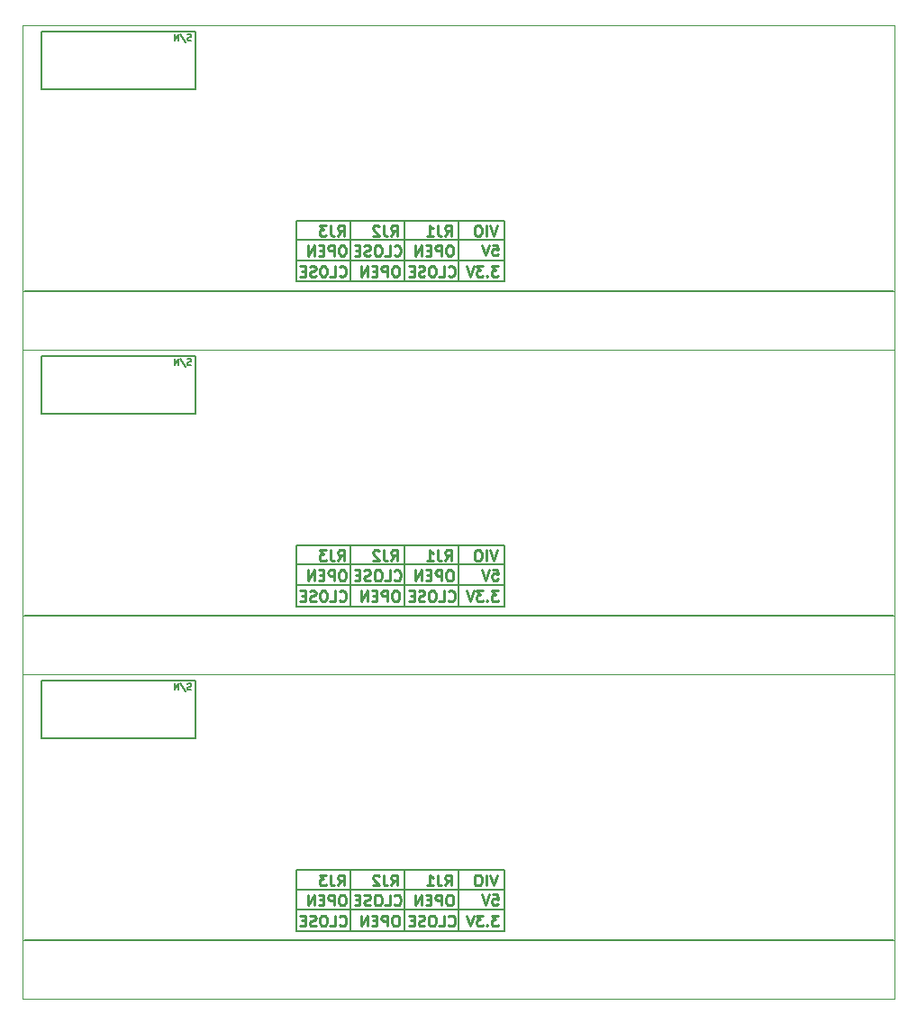
<source format=gbr>
%TF.GenerationSoftware,KiCad,Pcbnew,6.0.11-2627ca5db0~126~ubuntu20.04.1*%
%TF.CreationDate,2024-02-24T22:47:20-05:00*%
%TF.ProjectId,,58585858-5858-4585-9858-585858585858,rev?*%
%TF.SameCoordinates,Original*%
%TF.FileFunction,Legend,Bot*%
%TF.FilePolarity,Positive*%
%FSLAX46Y46*%
G04 Gerber Fmt 4.6, Leading zero omitted, Abs format (unit mm)*
G04 Created by KiCad (PCBNEW 6.0.11-2627ca5db0~126~ubuntu20.04.1) date 2024-02-24 22:47:20*
%MOMM*%
%LPD*%
G01*
G04 APERTURE LIST*
%ADD10C,0.250000*%
%TA.AperFunction,Profile*%
%ADD11C,0.100000*%
%TD*%
%ADD12C,0.150000*%
G04 APERTURE END LIST*
D10*
X84037219Y-111718780D02*
X84370552Y-111242590D01*
X84608647Y-111718780D02*
X84608647Y-110718780D01*
X84227695Y-110718780D01*
X84132457Y-110766400D01*
X84084838Y-110814019D01*
X84037219Y-110909257D01*
X84037219Y-111052114D01*
X84084838Y-111147352D01*
X84132457Y-111194971D01*
X84227695Y-111242590D01*
X84608647Y-111242590D01*
X83322933Y-110718780D02*
X83322933Y-111433066D01*
X83370552Y-111575923D01*
X83465790Y-111671161D01*
X83608647Y-111718780D01*
X83703885Y-111718780D01*
X82894361Y-110814019D02*
X82846742Y-110766400D01*
X82751504Y-110718780D01*
X82513409Y-110718780D01*
X82418171Y-110766400D01*
X82370552Y-110814019D01*
X82322933Y-110909257D01*
X82322933Y-111004495D01*
X82370552Y-111147352D01*
X82941980Y-111718780D01*
X82322933Y-111718780D01*
X89425219Y-115433542D02*
X89472838Y-115481161D01*
X89615695Y-115528780D01*
X89710933Y-115528780D01*
X89853790Y-115481161D01*
X89949028Y-115385923D01*
X89996647Y-115290685D01*
X90044266Y-115100209D01*
X90044266Y-114957352D01*
X89996647Y-114766876D01*
X89949028Y-114671638D01*
X89853790Y-114576400D01*
X89710933Y-114528780D01*
X89615695Y-114528780D01*
X89472838Y-114576400D01*
X89425219Y-114624019D01*
X88520457Y-115528780D02*
X88996647Y-115528780D01*
X88996647Y-114528780D01*
X87996647Y-114528780D02*
X87806171Y-114528780D01*
X87710933Y-114576400D01*
X87615695Y-114671638D01*
X87568076Y-114862114D01*
X87568076Y-115195447D01*
X87615695Y-115385923D01*
X87710933Y-115481161D01*
X87806171Y-115528780D01*
X87996647Y-115528780D01*
X88091885Y-115481161D01*
X88187123Y-115385923D01*
X88234742Y-115195447D01*
X88234742Y-114862114D01*
X88187123Y-114671638D01*
X88091885Y-114576400D01*
X87996647Y-114528780D01*
X87187123Y-115481161D02*
X87044266Y-115528780D01*
X86806171Y-115528780D01*
X86710933Y-115481161D01*
X86663314Y-115433542D01*
X86615695Y-115338304D01*
X86615695Y-115243066D01*
X86663314Y-115147828D01*
X86710933Y-115100209D01*
X86806171Y-115052590D01*
X86996647Y-115004971D01*
X87091885Y-114957352D01*
X87139504Y-114909733D01*
X87187123Y-114814495D01*
X87187123Y-114719257D01*
X87139504Y-114624019D01*
X87091885Y-114576400D01*
X86996647Y-114528780D01*
X86758552Y-114528780D01*
X86615695Y-114576400D01*
X86187123Y-115004971D02*
X85853790Y-115004971D01*
X85710933Y-115528780D02*
X86187123Y-115528780D01*
X86187123Y-114528780D01*
X85710933Y-114528780D01*
X84325219Y-113493542D02*
X84372838Y-113541161D01*
X84515695Y-113588780D01*
X84610933Y-113588780D01*
X84753790Y-113541161D01*
X84849028Y-113445923D01*
X84896647Y-113350685D01*
X84944266Y-113160209D01*
X84944266Y-113017352D01*
X84896647Y-112826876D01*
X84849028Y-112731638D01*
X84753790Y-112636400D01*
X84610933Y-112588780D01*
X84515695Y-112588780D01*
X84372838Y-112636400D01*
X84325219Y-112684019D01*
X83420457Y-113588780D02*
X83896647Y-113588780D01*
X83896647Y-112588780D01*
X82896647Y-112588780D02*
X82706171Y-112588780D01*
X82610933Y-112636400D01*
X82515695Y-112731638D01*
X82468076Y-112922114D01*
X82468076Y-113255447D01*
X82515695Y-113445923D01*
X82610933Y-113541161D01*
X82706171Y-113588780D01*
X82896647Y-113588780D01*
X82991885Y-113541161D01*
X83087123Y-113445923D01*
X83134742Y-113255447D01*
X83134742Y-112922114D01*
X83087123Y-112731638D01*
X82991885Y-112636400D01*
X82896647Y-112588780D01*
X82087123Y-113541161D02*
X81944266Y-113588780D01*
X81706171Y-113588780D01*
X81610933Y-113541161D01*
X81563314Y-113493542D01*
X81515695Y-113398304D01*
X81515695Y-113303066D01*
X81563314Y-113207828D01*
X81610933Y-113160209D01*
X81706171Y-113112590D01*
X81896647Y-113064971D01*
X81991885Y-113017352D01*
X82039504Y-112969733D01*
X82087123Y-112874495D01*
X82087123Y-112779257D01*
X82039504Y-112684019D01*
X81991885Y-112636400D01*
X81896647Y-112588780D01*
X81658552Y-112588780D01*
X81515695Y-112636400D01*
X81087123Y-113064971D02*
X80753790Y-113064971D01*
X80610933Y-113588780D02*
X81087123Y-113588780D01*
X81087123Y-112588780D01*
X80610933Y-112588780D01*
X89633028Y-112588780D02*
X89442552Y-112588780D01*
X89347314Y-112636400D01*
X89252076Y-112731638D01*
X89204457Y-112922114D01*
X89204457Y-113255447D01*
X89252076Y-113445923D01*
X89347314Y-113541161D01*
X89442552Y-113588780D01*
X89633028Y-113588780D01*
X89728266Y-113541161D01*
X89823504Y-113445923D01*
X89871123Y-113255447D01*
X89871123Y-112922114D01*
X89823504Y-112731638D01*
X89728266Y-112636400D01*
X89633028Y-112588780D01*
X88775885Y-113588780D02*
X88775885Y-112588780D01*
X88394933Y-112588780D01*
X88299695Y-112636400D01*
X88252076Y-112684019D01*
X88204457Y-112779257D01*
X88204457Y-112922114D01*
X88252076Y-113017352D01*
X88299695Y-113064971D01*
X88394933Y-113112590D01*
X88775885Y-113112590D01*
X87775885Y-113064971D02*
X87442552Y-113064971D01*
X87299695Y-113588780D02*
X87775885Y-113588780D01*
X87775885Y-112588780D01*
X87299695Y-112588780D01*
X86871123Y-113588780D02*
X86871123Y-112588780D01*
X86299695Y-113588780D01*
X86299695Y-112588780D01*
X93972838Y-110718780D02*
X93639504Y-111718780D01*
X93306171Y-110718780D01*
X92972838Y-111718780D02*
X92972838Y-110718780D01*
X92306171Y-110718780D02*
X92115695Y-110718780D01*
X92020457Y-110766400D01*
X91925219Y-110861638D01*
X91877600Y-111052114D01*
X91877600Y-111385447D01*
X91925219Y-111575923D01*
X92020457Y-111671161D01*
X92115695Y-111718780D01*
X92306171Y-111718780D01*
X92401409Y-111671161D01*
X92496647Y-111575923D01*
X92544266Y-111385447D01*
X92544266Y-111052114D01*
X92496647Y-110861638D01*
X92401409Y-110766400D01*
X92306171Y-110718780D01*
X79549028Y-112588780D02*
X79358552Y-112588780D01*
X79263314Y-112636400D01*
X79168076Y-112731638D01*
X79120457Y-112922114D01*
X79120457Y-113255447D01*
X79168076Y-113445923D01*
X79263314Y-113541161D01*
X79358552Y-113588780D01*
X79549028Y-113588780D01*
X79644266Y-113541161D01*
X79739504Y-113445923D01*
X79787123Y-113255447D01*
X79787123Y-112922114D01*
X79739504Y-112731638D01*
X79644266Y-112636400D01*
X79549028Y-112588780D01*
X78691885Y-113588780D02*
X78691885Y-112588780D01*
X78310933Y-112588780D01*
X78215695Y-112636400D01*
X78168076Y-112684019D01*
X78120457Y-112779257D01*
X78120457Y-112922114D01*
X78168076Y-113017352D01*
X78215695Y-113064971D01*
X78310933Y-113112590D01*
X78691885Y-113112590D01*
X77691885Y-113064971D02*
X77358552Y-113064971D01*
X77215695Y-113588780D02*
X77691885Y-113588780D01*
X77691885Y-112588780D01*
X77215695Y-112588780D01*
X76787123Y-113588780D02*
X76787123Y-112588780D01*
X76215695Y-113588780D01*
X76215695Y-112588780D01*
X89117219Y-111718780D02*
X89450552Y-111242590D01*
X89688647Y-111718780D02*
X89688647Y-110718780D01*
X89307695Y-110718780D01*
X89212457Y-110766400D01*
X89164838Y-110814019D01*
X89117219Y-110909257D01*
X89117219Y-111052114D01*
X89164838Y-111147352D01*
X89212457Y-111194971D01*
X89307695Y-111242590D01*
X89688647Y-111242590D01*
X88402933Y-110718780D02*
X88402933Y-111433066D01*
X88450552Y-111575923D01*
X88545790Y-111671161D01*
X88688647Y-111718780D01*
X88783885Y-111718780D01*
X87402933Y-111718780D02*
X87974361Y-111718780D01*
X87688647Y-111718780D02*
X87688647Y-110718780D01*
X87783885Y-110861638D01*
X87879123Y-110956876D01*
X87974361Y-111004495D01*
D11*
X49377600Y-91886400D02*
X131377600Y-91886400D01*
X131377600Y-122386400D02*
X131377600Y-91886400D01*
X49377600Y-91886400D02*
X49377600Y-122386400D01*
X49377600Y-122386400D02*
X131377600Y-122386400D01*
D12*
X85267600Y-110286400D02*
X85267600Y-115986400D01*
X75107600Y-110286400D02*
X75107600Y-115986400D01*
X80187600Y-110286400D02*
X80187600Y-115986400D01*
X51130000Y-92470400D02*
X65658800Y-92470400D01*
X65658800Y-92470400D02*
X65658800Y-97906000D01*
X65658800Y-97906000D02*
X51130000Y-97906000D01*
X51130000Y-97906000D02*
X51130000Y-92470400D01*
X65239600Y-93322857D02*
X65153885Y-93351428D01*
X65011028Y-93351428D01*
X64953885Y-93322857D01*
X64925314Y-93294285D01*
X64896742Y-93237142D01*
X64896742Y-93180000D01*
X64925314Y-93122857D01*
X64953885Y-93094285D01*
X65011028Y-93065714D01*
X65125314Y-93037142D01*
X65182457Y-93008571D01*
X65211028Y-92980000D01*
X65239600Y-92922857D01*
X65239600Y-92865714D01*
X65211028Y-92808571D01*
X65182457Y-92780000D01*
X65125314Y-92751428D01*
X64982457Y-92751428D01*
X64896742Y-92780000D01*
X64211028Y-92722857D02*
X64725314Y-93494285D01*
X64011028Y-93351428D02*
X64011028Y-92751428D01*
X63668171Y-93351428D01*
X63668171Y-92751428D01*
X90347600Y-110286400D02*
X90347600Y-115986400D01*
X94665600Y-112086400D02*
X75107600Y-112086400D01*
D10*
X79025219Y-111718780D02*
X79358552Y-111242590D01*
X79596647Y-111718780D02*
X79596647Y-110718780D01*
X79215695Y-110718780D01*
X79120457Y-110766400D01*
X79072838Y-110814019D01*
X79025219Y-110909257D01*
X79025219Y-111052114D01*
X79072838Y-111147352D01*
X79120457Y-111194971D01*
X79215695Y-111242590D01*
X79596647Y-111242590D01*
X78310933Y-110718780D02*
X78310933Y-111433066D01*
X78358552Y-111575923D01*
X78453790Y-111671161D01*
X78596647Y-111718780D01*
X78691885Y-111718780D01*
X77929980Y-110718780D02*
X77310933Y-110718780D01*
X77644266Y-111099733D01*
X77501409Y-111099733D01*
X77406171Y-111147352D01*
X77358552Y-111194971D01*
X77310933Y-111290209D01*
X77310933Y-111528304D01*
X77358552Y-111623542D01*
X77406171Y-111671161D01*
X77501409Y-111718780D01*
X77787123Y-111718780D01*
X77882361Y-111671161D01*
X77929980Y-111623542D01*
X84553028Y-114528780D02*
X84362552Y-114528780D01*
X84267314Y-114576400D01*
X84172076Y-114671638D01*
X84124457Y-114862114D01*
X84124457Y-115195447D01*
X84172076Y-115385923D01*
X84267314Y-115481161D01*
X84362552Y-115528780D01*
X84553028Y-115528780D01*
X84648266Y-115481161D01*
X84743504Y-115385923D01*
X84791123Y-115195447D01*
X84791123Y-114862114D01*
X84743504Y-114671638D01*
X84648266Y-114576400D01*
X84553028Y-114528780D01*
X83695885Y-115528780D02*
X83695885Y-114528780D01*
X83314933Y-114528780D01*
X83219695Y-114576400D01*
X83172076Y-114624019D01*
X83124457Y-114719257D01*
X83124457Y-114862114D01*
X83172076Y-114957352D01*
X83219695Y-115004971D01*
X83314933Y-115052590D01*
X83695885Y-115052590D01*
X82695885Y-115004971D02*
X82362552Y-115004971D01*
X82219695Y-115528780D02*
X82695885Y-115528780D01*
X82695885Y-114528780D01*
X82219695Y-114528780D01*
X81791123Y-115528780D02*
X81791123Y-114528780D01*
X81219695Y-115528780D01*
X81219695Y-114528780D01*
X94109790Y-114528780D02*
X93490742Y-114528780D01*
X93824076Y-114909733D01*
X93681219Y-114909733D01*
X93585980Y-114957352D01*
X93538361Y-115004971D01*
X93490742Y-115100209D01*
X93490742Y-115338304D01*
X93538361Y-115433542D01*
X93585980Y-115481161D01*
X93681219Y-115528780D01*
X93966933Y-115528780D01*
X94062171Y-115481161D01*
X94109790Y-115433542D01*
X93062171Y-115433542D02*
X93014552Y-115481161D01*
X93062171Y-115528780D01*
X93109790Y-115481161D01*
X93062171Y-115433542D01*
X93062171Y-115528780D01*
X92681219Y-114528780D02*
X92062171Y-114528780D01*
X92395504Y-114909733D01*
X92252647Y-114909733D01*
X92157409Y-114957352D01*
X92109790Y-115004971D01*
X92062171Y-115100209D01*
X92062171Y-115338304D01*
X92109790Y-115433542D01*
X92157409Y-115481161D01*
X92252647Y-115528780D01*
X92538361Y-115528780D01*
X92633600Y-115481161D01*
X92681219Y-115433542D01*
X91776457Y-114528780D02*
X91443123Y-115528780D01*
X91109790Y-114528780D01*
D12*
X94665600Y-110286400D02*
X94665600Y-115986400D01*
X94665600Y-113986400D02*
X75107600Y-113986400D01*
X94665600Y-110286400D02*
X75107600Y-110286400D01*
D10*
X79195219Y-115433542D02*
X79242838Y-115481161D01*
X79385695Y-115528780D01*
X79480933Y-115528780D01*
X79623790Y-115481161D01*
X79719028Y-115385923D01*
X79766647Y-115290685D01*
X79814266Y-115100209D01*
X79814266Y-114957352D01*
X79766647Y-114766876D01*
X79719028Y-114671638D01*
X79623790Y-114576400D01*
X79480933Y-114528780D01*
X79385695Y-114528780D01*
X79242838Y-114576400D01*
X79195219Y-114624019D01*
X78290457Y-115528780D02*
X78766647Y-115528780D01*
X78766647Y-114528780D01*
X77766647Y-114528780D02*
X77576171Y-114528780D01*
X77480933Y-114576400D01*
X77385695Y-114671638D01*
X77338076Y-114862114D01*
X77338076Y-115195447D01*
X77385695Y-115385923D01*
X77480933Y-115481161D01*
X77576171Y-115528780D01*
X77766647Y-115528780D01*
X77861885Y-115481161D01*
X77957123Y-115385923D01*
X78004742Y-115195447D01*
X78004742Y-114862114D01*
X77957123Y-114671638D01*
X77861885Y-114576400D01*
X77766647Y-114528780D01*
X76957123Y-115481161D02*
X76814266Y-115528780D01*
X76576171Y-115528780D01*
X76480933Y-115481161D01*
X76433314Y-115433542D01*
X76385695Y-115338304D01*
X76385695Y-115243066D01*
X76433314Y-115147828D01*
X76480933Y-115100209D01*
X76576171Y-115052590D01*
X76766647Y-115004971D01*
X76861885Y-114957352D01*
X76909504Y-114909733D01*
X76957123Y-114814495D01*
X76957123Y-114719257D01*
X76909504Y-114624019D01*
X76861885Y-114576400D01*
X76766647Y-114528780D01*
X76528552Y-114528780D01*
X76385695Y-114576400D01*
X75957123Y-115004971D02*
X75623790Y-115004971D01*
X75480933Y-115528780D02*
X75957123Y-115528780D01*
X75957123Y-114528780D01*
X75480933Y-114528780D01*
D12*
X49527600Y-116886400D02*
X131227600Y-116886400D01*
X94665600Y-115986400D02*
X75107600Y-115986400D01*
D10*
X93568076Y-112538780D02*
X94044266Y-112538780D01*
X94091885Y-113014971D01*
X94044266Y-112967352D01*
X93949028Y-112919733D01*
X93710933Y-112919733D01*
X93615695Y-112967352D01*
X93568076Y-113014971D01*
X93520457Y-113110209D01*
X93520457Y-113348304D01*
X93568076Y-113443542D01*
X93615695Y-113491161D01*
X93710933Y-113538780D01*
X93949028Y-113538780D01*
X94044266Y-113491161D01*
X94091885Y-113443542D01*
X93234742Y-112538780D02*
X92901409Y-113538780D01*
X92568076Y-112538780D01*
X84037219Y-81218780D02*
X84370552Y-80742590D01*
X84608647Y-81218780D02*
X84608647Y-80218780D01*
X84227695Y-80218780D01*
X84132457Y-80266400D01*
X84084838Y-80314019D01*
X84037219Y-80409257D01*
X84037219Y-80552114D01*
X84084838Y-80647352D01*
X84132457Y-80694971D01*
X84227695Y-80742590D01*
X84608647Y-80742590D01*
X83322933Y-80218780D02*
X83322933Y-80933066D01*
X83370552Y-81075923D01*
X83465790Y-81171161D01*
X83608647Y-81218780D01*
X83703885Y-81218780D01*
X82894361Y-80314019D02*
X82846742Y-80266400D01*
X82751504Y-80218780D01*
X82513409Y-80218780D01*
X82418171Y-80266400D01*
X82370552Y-80314019D01*
X82322933Y-80409257D01*
X82322933Y-80504495D01*
X82370552Y-80647352D01*
X82941980Y-81218780D01*
X82322933Y-81218780D01*
X89425219Y-84933542D02*
X89472838Y-84981161D01*
X89615695Y-85028780D01*
X89710933Y-85028780D01*
X89853790Y-84981161D01*
X89949028Y-84885923D01*
X89996647Y-84790685D01*
X90044266Y-84600209D01*
X90044266Y-84457352D01*
X89996647Y-84266876D01*
X89949028Y-84171638D01*
X89853790Y-84076400D01*
X89710933Y-84028780D01*
X89615695Y-84028780D01*
X89472838Y-84076400D01*
X89425219Y-84124019D01*
X88520457Y-85028780D02*
X88996647Y-85028780D01*
X88996647Y-84028780D01*
X87996647Y-84028780D02*
X87806171Y-84028780D01*
X87710933Y-84076400D01*
X87615695Y-84171638D01*
X87568076Y-84362114D01*
X87568076Y-84695447D01*
X87615695Y-84885923D01*
X87710933Y-84981161D01*
X87806171Y-85028780D01*
X87996647Y-85028780D01*
X88091885Y-84981161D01*
X88187123Y-84885923D01*
X88234742Y-84695447D01*
X88234742Y-84362114D01*
X88187123Y-84171638D01*
X88091885Y-84076400D01*
X87996647Y-84028780D01*
X87187123Y-84981161D02*
X87044266Y-85028780D01*
X86806171Y-85028780D01*
X86710933Y-84981161D01*
X86663314Y-84933542D01*
X86615695Y-84838304D01*
X86615695Y-84743066D01*
X86663314Y-84647828D01*
X86710933Y-84600209D01*
X86806171Y-84552590D01*
X86996647Y-84504971D01*
X87091885Y-84457352D01*
X87139504Y-84409733D01*
X87187123Y-84314495D01*
X87187123Y-84219257D01*
X87139504Y-84124019D01*
X87091885Y-84076400D01*
X86996647Y-84028780D01*
X86758552Y-84028780D01*
X86615695Y-84076400D01*
X86187123Y-84504971D02*
X85853790Y-84504971D01*
X85710933Y-85028780D02*
X86187123Y-85028780D01*
X86187123Y-84028780D01*
X85710933Y-84028780D01*
X84325219Y-82993542D02*
X84372838Y-83041161D01*
X84515695Y-83088780D01*
X84610933Y-83088780D01*
X84753790Y-83041161D01*
X84849028Y-82945923D01*
X84896647Y-82850685D01*
X84944266Y-82660209D01*
X84944266Y-82517352D01*
X84896647Y-82326876D01*
X84849028Y-82231638D01*
X84753790Y-82136400D01*
X84610933Y-82088780D01*
X84515695Y-82088780D01*
X84372838Y-82136400D01*
X84325219Y-82184019D01*
X83420457Y-83088780D02*
X83896647Y-83088780D01*
X83896647Y-82088780D01*
X82896647Y-82088780D02*
X82706171Y-82088780D01*
X82610933Y-82136400D01*
X82515695Y-82231638D01*
X82468076Y-82422114D01*
X82468076Y-82755447D01*
X82515695Y-82945923D01*
X82610933Y-83041161D01*
X82706171Y-83088780D01*
X82896647Y-83088780D01*
X82991885Y-83041161D01*
X83087123Y-82945923D01*
X83134742Y-82755447D01*
X83134742Y-82422114D01*
X83087123Y-82231638D01*
X82991885Y-82136400D01*
X82896647Y-82088780D01*
X82087123Y-83041161D02*
X81944266Y-83088780D01*
X81706171Y-83088780D01*
X81610933Y-83041161D01*
X81563314Y-82993542D01*
X81515695Y-82898304D01*
X81515695Y-82803066D01*
X81563314Y-82707828D01*
X81610933Y-82660209D01*
X81706171Y-82612590D01*
X81896647Y-82564971D01*
X81991885Y-82517352D01*
X82039504Y-82469733D01*
X82087123Y-82374495D01*
X82087123Y-82279257D01*
X82039504Y-82184019D01*
X81991885Y-82136400D01*
X81896647Y-82088780D01*
X81658552Y-82088780D01*
X81515695Y-82136400D01*
X81087123Y-82564971D02*
X80753790Y-82564971D01*
X80610933Y-83088780D02*
X81087123Y-83088780D01*
X81087123Y-82088780D01*
X80610933Y-82088780D01*
X89633028Y-82088780D02*
X89442552Y-82088780D01*
X89347314Y-82136400D01*
X89252076Y-82231638D01*
X89204457Y-82422114D01*
X89204457Y-82755447D01*
X89252076Y-82945923D01*
X89347314Y-83041161D01*
X89442552Y-83088780D01*
X89633028Y-83088780D01*
X89728266Y-83041161D01*
X89823504Y-82945923D01*
X89871123Y-82755447D01*
X89871123Y-82422114D01*
X89823504Y-82231638D01*
X89728266Y-82136400D01*
X89633028Y-82088780D01*
X88775885Y-83088780D02*
X88775885Y-82088780D01*
X88394933Y-82088780D01*
X88299695Y-82136400D01*
X88252076Y-82184019D01*
X88204457Y-82279257D01*
X88204457Y-82422114D01*
X88252076Y-82517352D01*
X88299695Y-82564971D01*
X88394933Y-82612590D01*
X88775885Y-82612590D01*
X87775885Y-82564971D02*
X87442552Y-82564971D01*
X87299695Y-83088780D02*
X87775885Y-83088780D01*
X87775885Y-82088780D01*
X87299695Y-82088780D01*
X86871123Y-83088780D02*
X86871123Y-82088780D01*
X86299695Y-83088780D01*
X86299695Y-82088780D01*
X93972838Y-80218780D02*
X93639504Y-81218780D01*
X93306171Y-80218780D01*
X92972838Y-81218780D02*
X92972838Y-80218780D01*
X92306171Y-80218780D02*
X92115695Y-80218780D01*
X92020457Y-80266400D01*
X91925219Y-80361638D01*
X91877600Y-80552114D01*
X91877600Y-80885447D01*
X91925219Y-81075923D01*
X92020457Y-81171161D01*
X92115695Y-81218780D01*
X92306171Y-81218780D01*
X92401409Y-81171161D01*
X92496647Y-81075923D01*
X92544266Y-80885447D01*
X92544266Y-80552114D01*
X92496647Y-80361638D01*
X92401409Y-80266400D01*
X92306171Y-80218780D01*
X79549028Y-82088780D02*
X79358552Y-82088780D01*
X79263314Y-82136400D01*
X79168076Y-82231638D01*
X79120457Y-82422114D01*
X79120457Y-82755447D01*
X79168076Y-82945923D01*
X79263314Y-83041161D01*
X79358552Y-83088780D01*
X79549028Y-83088780D01*
X79644266Y-83041161D01*
X79739504Y-82945923D01*
X79787123Y-82755447D01*
X79787123Y-82422114D01*
X79739504Y-82231638D01*
X79644266Y-82136400D01*
X79549028Y-82088780D01*
X78691885Y-83088780D02*
X78691885Y-82088780D01*
X78310933Y-82088780D01*
X78215695Y-82136400D01*
X78168076Y-82184019D01*
X78120457Y-82279257D01*
X78120457Y-82422114D01*
X78168076Y-82517352D01*
X78215695Y-82564971D01*
X78310933Y-82612590D01*
X78691885Y-82612590D01*
X77691885Y-82564971D02*
X77358552Y-82564971D01*
X77215695Y-83088780D02*
X77691885Y-83088780D01*
X77691885Y-82088780D01*
X77215695Y-82088780D01*
X76787123Y-83088780D02*
X76787123Y-82088780D01*
X76215695Y-83088780D01*
X76215695Y-82088780D01*
X89117219Y-81218780D02*
X89450552Y-80742590D01*
X89688647Y-81218780D02*
X89688647Y-80218780D01*
X89307695Y-80218780D01*
X89212457Y-80266400D01*
X89164838Y-80314019D01*
X89117219Y-80409257D01*
X89117219Y-80552114D01*
X89164838Y-80647352D01*
X89212457Y-80694971D01*
X89307695Y-80742590D01*
X89688647Y-80742590D01*
X88402933Y-80218780D02*
X88402933Y-80933066D01*
X88450552Y-81075923D01*
X88545790Y-81171161D01*
X88688647Y-81218780D01*
X88783885Y-81218780D01*
X87402933Y-81218780D02*
X87974361Y-81218780D01*
X87688647Y-81218780D02*
X87688647Y-80218780D01*
X87783885Y-80361638D01*
X87879123Y-80456876D01*
X87974361Y-80504495D01*
D11*
X49377600Y-61386400D02*
X131377600Y-61386400D01*
X131377600Y-91886400D02*
X131377600Y-61386400D01*
X49377600Y-61386400D02*
X49377600Y-91886400D01*
X49377600Y-91886400D02*
X131377600Y-91886400D01*
D12*
X85267600Y-79786400D02*
X85267600Y-85486400D01*
X75107600Y-79786400D02*
X75107600Y-85486400D01*
X80187600Y-79786400D02*
X80187600Y-85486400D01*
X51130000Y-61970400D02*
X65658800Y-61970400D01*
X65658800Y-61970400D02*
X65658800Y-67406000D01*
X65658800Y-67406000D02*
X51130000Y-67406000D01*
X51130000Y-67406000D02*
X51130000Y-61970400D01*
X65239600Y-62822857D02*
X65153885Y-62851428D01*
X65011028Y-62851428D01*
X64953885Y-62822857D01*
X64925314Y-62794285D01*
X64896742Y-62737142D01*
X64896742Y-62680000D01*
X64925314Y-62622857D01*
X64953885Y-62594285D01*
X65011028Y-62565714D01*
X65125314Y-62537142D01*
X65182457Y-62508571D01*
X65211028Y-62480000D01*
X65239600Y-62422857D01*
X65239600Y-62365714D01*
X65211028Y-62308571D01*
X65182457Y-62280000D01*
X65125314Y-62251428D01*
X64982457Y-62251428D01*
X64896742Y-62280000D01*
X64211028Y-62222857D02*
X64725314Y-62994285D01*
X64011028Y-62851428D02*
X64011028Y-62251428D01*
X63668171Y-62851428D01*
X63668171Y-62251428D01*
X90347600Y-79786400D02*
X90347600Y-85486400D01*
X94665600Y-81586400D02*
X75107600Y-81586400D01*
D10*
X79025219Y-81218780D02*
X79358552Y-80742590D01*
X79596647Y-81218780D02*
X79596647Y-80218780D01*
X79215695Y-80218780D01*
X79120457Y-80266400D01*
X79072838Y-80314019D01*
X79025219Y-80409257D01*
X79025219Y-80552114D01*
X79072838Y-80647352D01*
X79120457Y-80694971D01*
X79215695Y-80742590D01*
X79596647Y-80742590D01*
X78310933Y-80218780D02*
X78310933Y-80933066D01*
X78358552Y-81075923D01*
X78453790Y-81171161D01*
X78596647Y-81218780D01*
X78691885Y-81218780D01*
X77929980Y-80218780D02*
X77310933Y-80218780D01*
X77644266Y-80599733D01*
X77501409Y-80599733D01*
X77406171Y-80647352D01*
X77358552Y-80694971D01*
X77310933Y-80790209D01*
X77310933Y-81028304D01*
X77358552Y-81123542D01*
X77406171Y-81171161D01*
X77501409Y-81218780D01*
X77787123Y-81218780D01*
X77882361Y-81171161D01*
X77929980Y-81123542D01*
X84553028Y-84028780D02*
X84362552Y-84028780D01*
X84267314Y-84076400D01*
X84172076Y-84171638D01*
X84124457Y-84362114D01*
X84124457Y-84695447D01*
X84172076Y-84885923D01*
X84267314Y-84981161D01*
X84362552Y-85028780D01*
X84553028Y-85028780D01*
X84648266Y-84981161D01*
X84743504Y-84885923D01*
X84791123Y-84695447D01*
X84791123Y-84362114D01*
X84743504Y-84171638D01*
X84648266Y-84076400D01*
X84553028Y-84028780D01*
X83695885Y-85028780D02*
X83695885Y-84028780D01*
X83314933Y-84028780D01*
X83219695Y-84076400D01*
X83172076Y-84124019D01*
X83124457Y-84219257D01*
X83124457Y-84362114D01*
X83172076Y-84457352D01*
X83219695Y-84504971D01*
X83314933Y-84552590D01*
X83695885Y-84552590D01*
X82695885Y-84504971D02*
X82362552Y-84504971D01*
X82219695Y-85028780D02*
X82695885Y-85028780D01*
X82695885Y-84028780D01*
X82219695Y-84028780D01*
X81791123Y-85028780D02*
X81791123Y-84028780D01*
X81219695Y-85028780D01*
X81219695Y-84028780D01*
X94109790Y-84028780D02*
X93490742Y-84028780D01*
X93824076Y-84409733D01*
X93681219Y-84409733D01*
X93585980Y-84457352D01*
X93538361Y-84504971D01*
X93490742Y-84600209D01*
X93490742Y-84838304D01*
X93538361Y-84933542D01*
X93585980Y-84981161D01*
X93681219Y-85028780D01*
X93966933Y-85028780D01*
X94062171Y-84981161D01*
X94109790Y-84933542D01*
X93062171Y-84933542D02*
X93014552Y-84981161D01*
X93062171Y-85028780D01*
X93109790Y-84981161D01*
X93062171Y-84933542D01*
X93062171Y-85028780D01*
X92681219Y-84028780D02*
X92062171Y-84028780D01*
X92395504Y-84409733D01*
X92252647Y-84409733D01*
X92157409Y-84457352D01*
X92109790Y-84504971D01*
X92062171Y-84600209D01*
X92062171Y-84838304D01*
X92109790Y-84933542D01*
X92157409Y-84981161D01*
X92252647Y-85028780D01*
X92538361Y-85028780D01*
X92633600Y-84981161D01*
X92681219Y-84933542D01*
X91776457Y-84028780D02*
X91443123Y-85028780D01*
X91109790Y-84028780D01*
D12*
X94665600Y-79786400D02*
X94665600Y-85486400D01*
X94665600Y-83486400D02*
X75107600Y-83486400D01*
X94665600Y-79786400D02*
X75107600Y-79786400D01*
D10*
X79195219Y-84933542D02*
X79242838Y-84981161D01*
X79385695Y-85028780D01*
X79480933Y-85028780D01*
X79623790Y-84981161D01*
X79719028Y-84885923D01*
X79766647Y-84790685D01*
X79814266Y-84600209D01*
X79814266Y-84457352D01*
X79766647Y-84266876D01*
X79719028Y-84171638D01*
X79623790Y-84076400D01*
X79480933Y-84028780D01*
X79385695Y-84028780D01*
X79242838Y-84076400D01*
X79195219Y-84124019D01*
X78290457Y-85028780D02*
X78766647Y-85028780D01*
X78766647Y-84028780D01*
X77766647Y-84028780D02*
X77576171Y-84028780D01*
X77480933Y-84076400D01*
X77385695Y-84171638D01*
X77338076Y-84362114D01*
X77338076Y-84695447D01*
X77385695Y-84885923D01*
X77480933Y-84981161D01*
X77576171Y-85028780D01*
X77766647Y-85028780D01*
X77861885Y-84981161D01*
X77957123Y-84885923D01*
X78004742Y-84695447D01*
X78004742Y-84362114D01*
X77957123Y-84171638D01*
X77861885Y-84076400D01*
X77766647Y-84028780D01*
X76957123Y-84981161D02*
X76814266Y-85028780D01*
X76576171Y-85028780D01*
X76480933Y-84981161D01*
X76433314Y-84933542D01*
X76385695Y-84838304D01*
X76385695Y-84743066D01*
X76433314Y-84647828D01*
X76480933Y-84600209D01*
X76576171Y-84552590D01*
X76766647Y-84504971D01*
X76861885Y-84457352D01*
X76909504Y-84409733D01*
X76957123Y-84314495D01*
X76957123Y-84219257D01*
X76909504Y-84124019D01*
X76861885Y-84076400D01*
X76766647Y-84028780D01*
X76528552Y-84028780D01*
X76385695Y-84076400D01*
X75957123Y-84504971D02*
X75623790Y-84504971D01*
X75480933Y-85028780D02*
X75957123Y-85028780D01*
X75957123Y-84028780D01*
X75480933Y-84028780D01*
D12*
X49527600Y-86386400D02*
X131227600Y-86386400D01*
X94665600Y-85486400D02*
X75107600Y-85486400D01*
D10*
X93568076Y-82038780D02*
X94044266Y-82038780D01*
X94091885Y-82514971D01*
X94044266Y-82467352D01*
X93949028Y-82419733D01*
X93710933Y-82419733D01*
X93615695Y-82467352D01*
X93568076Y-82514971D01*
X93520457Y-82610209D01*
X93520457Y-82848304D01*
X93568076Y-82943542D01*
X93615695Y-82991161D01*
X93710933Y-83038780D01*
X93949028Y-83038780D01*
X94044266Y-82991161D01*
X94091885Y-82943542D01*
X93234742Y-82038780D02*
X92901409Y-83038780D01*
X92568076Y-82038780D01*
D12*
X94665600Y-52986400D02*
X75107600Y-52986400D01*
X49527600Y-55886400D02*
X131227600Y-55886400D01*
X94665600Y-54986400D02*
X75107600Y-54986400D01*
X90347600Y-49286400D02*
X90347600Y-54986400D01*
X94665600Y-49286400D02*
X75107600Y-49286400D01*
X94665600Y-51086400D02*
X75107600Y-51086400D01*
X94665600Y-49286400D02*
X94665600Y-54986400D01*
X51130000Y-31470400D02*
X65658800Y-31470400D01*
X65658800Y-31470400D02*
X65658800Y-36906000D01*
X65658800Y-36906000D02*
X51130000Y-36906000D01*
X51130000Y-36906000D02*
X51130000Y-31470400D01*
X80187600Y-49286400D02*
X80187600Y-54986400D01*
X75107600Y-49286400D02*
X75107600Y-54986400D01*
X85267600Y-49286400D02*
X85267600Y-54986400D01*
D11*
X49377600Y-61386400D02*
X131377600Y-61386400D01*
X49377600Y-30886400D02*
X49377600Y-61386400D01*
X131377600Y-61386400D02*
X131377600Y-30886400D01*
X49377600Y-30886400D02*
X131377600Y-30886400D01*
D12*
X65239600Y-32322857D02*
X65153885Y-32351428D01*
X65011028Y-32351428D01*
X64953885Y-32322857D01*
X64925314Y-32294285D01*
X64896742Y-32237142D01*
X64896742Y-32180000D01*
X64925314Y-32122857D01*
X64953885Y-32094285D01*
X65011028Y-32065714D01*
X65125314Y-32037142D01*
X65182457Y-32008571D01*
X65211028Y-31980000D01*
X65239600Y-31922857D01*
X65239600Y-31865714D01*
X65211028Y-31808571D01*
X65182457Y-31780000D01*
X65125314Y-31751428D01*
X64982457Y-31751428D01*
X64896742Y-31780000D01*
X64211028Y-31722857D02*
X64725314Y-32494285D01*
X64011028Y-32351428D02*
X64011028Y-31751428D01*
X63668171Y-32351428D01*
X63668171Y-31751428D01*
D10*
X79195219Y-54433542D02*
X79242838Y-54481161D01*
X79385695Y-54528780D01*
X79480933Y-54528780D01*
X79623790Y-54481161D01*
X79719028Y-54385923D01*
X79766647Y-54290685D01*
X79814266Y-54100209D01*
X79814266Y-53957352D01*
X79766647Y-53766876D01*
X79719028Y-53671638D01*
X79623790Y-53576400D01*
X79480933Y-53528780D01*
X79385695Y-53528780D01*
X79242838Y-53576400D01*
X79195219Y-53624019D01*
X78290457Y-54528780D02*
X78766647Y-54528780D01*
X78766647Y-53528780D01*
X77766647Y-53528780D02*
X77576171Y-53528780D01*
X77480933Y-53576400D01*
X77385695Y-53671638D01*
X77338076Y-53862114D01*
X77338076Y-54195447D01*
X77385695Y-54385923D01*
X77480933Y-54481161D01*
X77576171Y-54528780D01*
X77766647Y-54528780D01*
X77861885Y-54481161D01*
X77957123Y-54385923D01*
X78004742Y-54195447D01*
X78004742Y-53862114D01*
X77957123Y-53671638D01*
X77861885Y-53576400D01*
X77766647Y-53528780D01*
X76957123Y-54481161D02*
X76814266Y-54528780D01*
X76576171Y-54528780D01*
X76480933Y-54481161D01*
X76433314Y-54433542D01*
X76385695Y-54338304D01*
X76385695Y-54243066D01*
X76433314Y-54147828D01*
X76480933Y-54100209D01*
X76576171Y-54052590D01*
X76766647Y-54004971D01*
X76861885Y-53957352D01*
X76909504Y-53909733D01*
X76957123Y-53814495D01*
X76957123Y-53719257D01*
X76909504Y-53624019D01*
X76861885Y-53576400D01*
X76766647Y-53528780D01*
X76528552Y-53528780D01*
X76385695Y-53576400D01*
X75957123Y-54004971D02*
X75623790Y-54004971D01*
X75480933Y-54528780D02*
X75957123Y-54528780D01*
X75957123Y-53528780D01*
X75480933Y-53528780D01*
X84553028Y-53528780D02*
X84362552Y-53528780D01*
X84267314Y-53576400D01*
X84172076Y-53671638D01*
X84124457Y-53862114D01*
X84124457Y-54195447D01*
X84172076Y-54385923D01*
X84267314Y-54481161D01*
X84362552Y-54528780D01*
X84553028Y-54528780D01*
X84648266Y-54481161D01*
X84743504Y-54385923D01*
X84791123Y-54195447D01*
X84791123Y-53862114D01*
X84743504Y-53671638D01*
X84648266Y-53576400D01*
X84553028Y-53528780D01*
X83695885Y-54528780D02*
X83695885Y-53528780D01*
X83314933Y-53528780D01*
X83219695Y-53576400D01*
X83172076Y-53624019D01*
X83124457Y-53719257D01*
X83124457Y-53862114D01*
X83172076Y-53957352D01*
X83219695Y-54004971D01*
X83314933Y-54052590D01*
X83695885Y-54052590D01*
X82695885Y-54004971D02*
X82362552Y-54004971D01*
X82219695Y-54528780D02*
X82695885Y-54528780D01*
X82695885Y-53528780D01*
X82219695Y-53528780D01*
X81791123Y-54528780D02*
X81791123Y-53528780D01*
X81219695Y-54528780D01*
X81219695Y-53528780D01*
X94109790Y-53528780D02*
X93490742Y-53528780D01*
X93824076Y-53909733D01*
X93681219Y-53909733D01*
X93585980Y-53957352D01*
X93538361Y-54004971D01*
X93490742Y-54100209D01*
X93490742Y-54338304D01*
X93538361Y-54433542D01*
X93585980Y-54481161D01*
X93681219Y-54528780D01*
X93966933Y-54528780D01*
X94062171Y-54481161D01*
X94109790Y-54433542D01*
X93062171Y-54433542D02*
X93014552Y-54481161D01*
X93062171Y-54528780D01*
X93109790Y-54481161D01*
X93062171Y-54433542D01*
X93062171Y-54528780D01*
X92681219Y-53528780D02*
X92062171Y-53528780D01*
X92395504Y-53909733D01*
X92252647Y-53909733D01*
X92157409Y-53957352D01*
X92109790Y-54004971D01*
X92062171Y-54100209D01*
X92062171Y-54338304D01*
X92109790Y-54433542D01*
X92157409Y-54481161D01*
X92252647Y-54528780D01*
X92538361Y-54528780D01*
X92633600Y-54481161D01*
X92681219Y-54433542D01*
X91776457Y-53528780D02*
X91443123Y-54528780D01*
X91109790Y-53528780D01*
X79025219Y-50718780D02*
X79358552Y-50242590D01*
X79596647Y-50718780D02*
X79596647Y-49718780D01*
X79215695Y-49718780D01*
X79120457Y-49766400D01*
X79072838Y-49814019D01*
X79025219Y-49909257D01*
X79025219Y-50052114D01*
X79072838Y-50147352D01*
X79120457Y-50194971D01*
X79215695Y-50242590D01*
X79596647Y-50242590D01*
X78310933Y-49718780D02*
X78310933Y-50433066D01*
X78358552Y-50575923D01*
X78453790Y-50671161D01*
X78596647Y-50718780D01*
X78691885Y-50718780D01*
X77929980Y-49718780D02*
X77310933Y-49718780D01*
X77644266Y-50099733D01*
X77501409Y-50099733D01*
X77406171Y-50147352D01*
X77358552Y-50194971D01*
X77310933Y-50290209D01*
X77310933Y-50528304D01*
X77358552Y-50623542D01*
X77406171Y-50671161D01*
X77501409Y-50718780D01*
X77787123Y-50718780D01*
X77882361Y-50671161D01*
X77929980Y-50623542D01*
X93568076Y-51538780D02*
X94044266Y-51538780D01*
X94091885Y-52014971D01*
X94044266Y-51967352D01*
X93949028Y-51919733D01*
X93710933Y-51919733D01*
X93615695Y-51967352D01*
X93568076Y-52014971D01*
X93520457Y-52110209D01*
X93520457Y-52348304D01*
X93568076Y-52443542D01*
X93615695Y-52491161D01*
X93710933Y-52538780D01*
X93949028Y-52538780D01*
X94044266Y-52491161D01*
X94091885Y-52443542D01*
X93234742Y-51538780D02*
X92901409Y-52538780D01*
X92568076Y-51538780D01*
X89117219Y-50718780D02*
X89450552Y-50242590D01*
X89688647Y-50718780D02*
X89688647Y-49718780D01*
X89307695Y-49718780D01*
X89212457Y-49766400D01*
X89164838Y-49814019D01*
X89117219Y-49909257D01*
X89117219Y-50052114D01*
X89164838Y-50147352D01*
X89212457Y-50194971D01*
X89307695Y-50242590D01*
X89688647Y-50242590D01*
X88402933Y-49718780D02*
X88402933Y-50433066D01*
X88450552Y-50575923D01*
X88545790Y-50671161D01*
X88688647Y-50718780D01*
X88783885Y-50718780D01*
X87402933Y-50718780D02*
X87974361Y-50718780D01*
X87688647Y-50718780D02*
X87688647Y-49718780D01*
X87783885Y-49861638D01*
X87879123Y-49956876D01*
X87974361Y-50004495D01*
X79549028Y-51588780D02*
X79358552Y-51588780D01*
X79263314Y-51636400D01*
X79168076Y-51731638D01*
X79120457Y-51922114D01*
X79120457Y-52255447D01*
X79168076Y-52445923D01*
X79263314Y-52541161D01*
X79358552Y-52588780D01*
X79549028Y-52588780D01*
X79644266Y-52541161D01*
X79739504Y-52445923D01*
X79787123Y-52255447D01*
X79787123Y-51922114D01*
X79739504Y-51731638D01*
X79644266Y-51636400D01*
X79549028Y-51588780D01*
X78691885Y-52588780D02*
X78691885Y-51588780D01*
X78310933Y-51588780D01*
X78215695Y-51636400D01*
X78168076Y-51684019D01*
X78120457Y-51779257D01*
X78120457Y-51922114D01*
X78168076Y-52017352D01*
X78215695Y-52064971D01*
X78310933Y-52112590D01*
X78691885Y-52112590D01*
X77691885Y-52064971D02*
X77358552Y-52064971D01*
X77215695Y-52588780D02*
X77691885Y-52588780D01*
X77691885Y-51588780D01*
X77215695Y-51588780D01*
X76787123Y-52588780D02*
X76787123Y-51588780D01*
X76215695Y-52588780D01*
X76215695Y-51588780D01*
X93972838Y-49718780D02*
X93639504Y-50718780D01*
X93306171Y-49718780D01*
X92972838Y-50718780D02*
X92972838Y-49718780D01*
X92306171Y-49718780D02*
X92115695Y-49718780D01*
X92020457Y-49766400D01*
X91925219Y-49861638D01*
X91877600Y-50052114D01*
X91877600Y-50385447D01*
X91925219Y-50575923D01*
X92020457Y-50671161D01*
X92115695Y-50718780D01*
X92306171Y-50718780D01*
X92401409Y-50671161D01*
X92496647Y-50575923D01*
X92544266Y-50385447D01*
X92544266Y-50052114D01*
X92496647Y-49861638D01*
X92401409Y-49766400D01*
X92306171Y-49718780D01*
X89633028Y-51588780D02*
X89442552Y-51588780D01*
X89347314Y-51636400D01*
X89252076Y-51731638D01*
X89204457Y-51922114D01*
X89204457Y-52255447D01*
X89252076Y-52445923D01*
X89347314Y-52541161D01*
X89442552Y-52588780D01*
X89633028Y-52588780D01*
X89728266Y-52541161D01*
X89823504Y-52445923D01*
X89871123Y-52255447D01*
X89871123Y-51922114D01*
X89823504Y-51731638D01*
X89728266Y-51636400D01*
X89633028Y-51588780D01*
X88775885Y-52588780D02*
X88775885Y-51588780D01*
X88394933Y-51588780D01*
X88299695Y-51636400D01*
X88252076Y-51684019D01*
X88204457Y-51779257D01*
X88204457Y-51922114D01*
X88252076Y-52017352D01*
X88299695Y-52064971D01*
X88394933Y-52112590D01*
X88775885Y-52112590D01*
X87775885Y-52064971D02*
X87442552Y-52064971D01*
X87299695Y-52588780D02*
X87775885Y-52588780D01*
X87775885Y-51588780D01*
X87299695Y-51588780D01*
X86871123Y-52588780D02*
X86871123Y-51588780D01*
X86299695Y-52588780D01*
X86299695Y-51588780D01*
X84325219Y-52493542D02*
X84372838Y-52541161D01*
X84515695Y-52588780D01*
X84610933Y-52588780D01*
X84753790Y-52541161D01*
X84849028Y-52445923D01*
X84896647Y-52350685D01*
X84944266Y-52160209D01*
X84944266Y-52017352D01*
X84896647Y-51826876D01*
X84849028Y-51731638D01*
X84753790Y-51636400D01*
X84610933Y-51588780D01*
X84515695Y-51588780D01*
X84372838Y-51636400D01*
X84325219Y-51684019D01*
X83420457Y-52588780D02*
X83896647Y-52588780D01*
X83896647Y-51588780D01*
X82896647Y-51588780D02*
X82706171Y-51588780D01*
X82610933Y-51636400D01*
X82515695Y-51731638D01*
X82468076Y-51922114D01*
X82468076Y-52255447D01*
X82515695Y-52445923D01*
X82610933Y-52541161D01*
X82706171Y-52588780D01*
X82896647Y-52588780D01*
X82991885Y-52541161D01*
X83087123Y-52445923D01*
X83134742Y-52255447D01*
X83134742Y-51922114D01*
X83087123Y-51731638D01*
X82991885Y-51636400D01*
X82896647Y-51588780D01*
X82087123Y-52541161D02*
X81944266Y-52588780D01*
X81706171Y-52588780D01*
X81610933Y-52541161D01*
X81563314Y-52493542D01*
X81515695Y-52398304D01*
X81515695Y-52303066D01*
X81563314Y-52207828D01*
X81610933Y-52160209D01*
X81706171Y-52112590D01*
X81896647Y-52064971D01*
X81991885Y-52017352D01*
X82039504Y-51969733D01*
X82087123Y-51874495D01*
X82087123Y-51779257D01*
X82039504Y-51684019D01*
X81991885Y-51636400D01*
X81896647Y-51588780D01*
X81658552Y-51588780D01*
X81515695Y-51636400D01*
X81087123Y-52064971D02*
X80753790Y-52064971D01*
X80610933Y-52588780D02*
X81087123Y-52588780D01*
X81087123Y-51588780D01*
X80610933Y-51588780D01*
X89425219Y-54433542D02*
X89472838Y-54481161D01*
X89615695Y-54528780D01*
X89710933Y-54528780D01*
X89853790Y-54481161D01*
X89949028Y-54385923D01*
X89996647Y-54290685D01*
X90044266Y-54100209D01*
X90044266Y-53957352D01*
X89996647Y-53766876D01*
X89949028Y-53671638D01*
X89853790Y-53576400D01*
X89710933Y-53528780D01*
X89615695Y-53528780D01*
X89472838Y-53576400D01*
X89425219Y-53624019D01*
X88520457Y-54528780D02*
X88996647Y-54528780D01*
X88996647Y-53528780D01*
X87996647Y-53528780D02*
X87806171Y-53528780D01*
X87710933Y-53576400D01*
X87615695Y-53671638D01*
X87568076Y-53862114D01*
X87568076Y-54195447D01*
X87615695Y-54385923D01*
X87710933Y-54481161D01*
X87806171Y-54528780D01*
X87996647Y-54528780D01*
X88091885Y-54481161D01*
X88187123Y-54385923D01*
X88234742Y-54195447D01*
X88234742Y-53862114D01*
X88187123Y-53671638D01*
X88091885Y-53576400D01*
X87996647Y-53528780D01*
X87187123Y-54481161D02*
X87044266Y-54528780D01*
X86806171Y-54528780D01*
X86710933Y-54481161D01*
X86663314Y-54433542D01*
X86615695Y-54338304D01*
X86615695Y-54243066D01*
X86663314Y-54147828D01*
X86710933Y-54100209D01*
X86806171Y-54052590D01*
X86996647Y-54004971D01*
X87091885Y-53957352D01*
X87139504Y-53909733D01*
X87187123Y-53814495D01*
X87187123Y-53719257D01*
X87139504Y-53624019D01*
X87091885Y-53576400D01*
X86996647Y-53528780D01*
X86758552Y-53528780D01*
X86615695Y-53576400D01*
X86187123Y-54004971D02*
X85853790Y-54004971D01*
X85710933Y-54528780D02*
X86187123Y-54528780D01*
X86187123Y-53528780D01*
X85710933Y-53528780D01*
X84037219Y-50718780D02*
X84370552Y-50242590D01*
X84608647Y-50718780D02*
X84608647Y-49718780D01*
X84227695Y-49718780D01*
X84132457Y-49766400D01*
X84084838Y-49814019D01*
X84037219Y-49909257D01*
X84037219Y-50052114D01*
X84084838Y-50147352D01*
X84132457Y-50194971D01*
X84227695Y-50242590D01*
X84608647Y-50242590D01*
X83322933Y-49718780D02*
X83322933Y-50433066D01*
X83370552Y-50575923D01*
X83465790Y-50671161D01*
X83608647Y-50718780D01*
X83703885Y-50718780D01*
X82894361Y-49814019D02*
X82846742Y-49766400D01*
X82751504Y-49718780D01*
X82513409Y-49718780D01*
X82418171Y-49766400D01*
X82370552Y-49814019D01*
X82322933Y-49909257D01*
X82322933Y-50004495D01*
X82370552Y-50147352D01*
X82941980Y-50718780D01*
X82322933Y-50718780D01*
M02*

</source>
